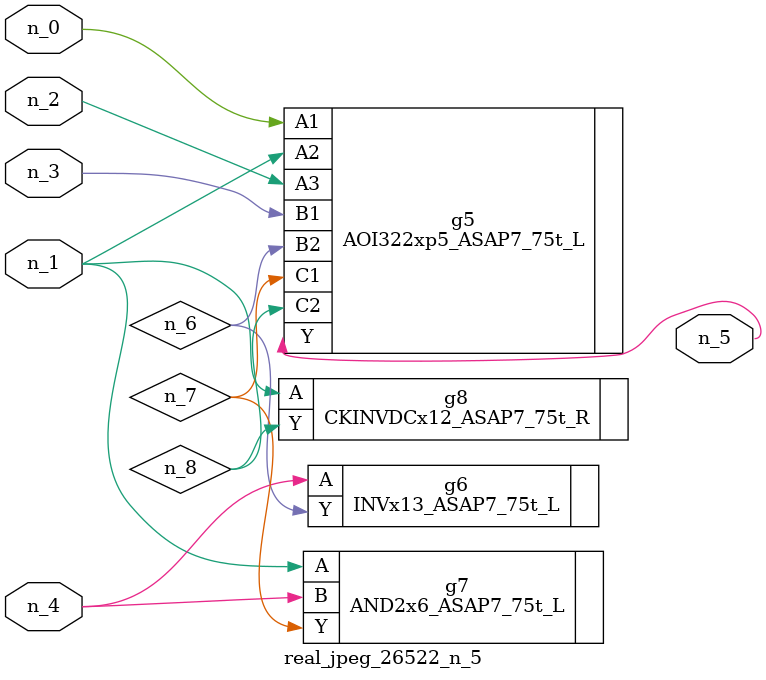
<source format=v>
module real_jpeg_26522_n_5 (n_4, n_0, n_1, n_2, n_3, n_5);

input n_4;
input n_0;
input n_1;
input n_2;
input n_3;

output n_5;

wire n_8;
wire n_6;
wire n_7;

AOI322xp5_ASAP7_75t_L g5 ( 
.A1(n_0),
.A2(n_1),
.A3(n_2),
.B1(n_3),
.B2(n_6),
.C1(n_7),
.C2(n_8),
.Y(n_5)
);

AND2x6_ASAP7_75t_L g7 ( 
.A(n_1),
.B(n_4),
.Y(n_7)
);

CKINVDCx12_ASAP7_75t_R g8 ( 
.A(n_1),
.Y(n_8)
);

INVx13_ASAP7_75t_L g6 ( 
.A(n_4),
.Y(n_6)
);


endmodule
</source>
